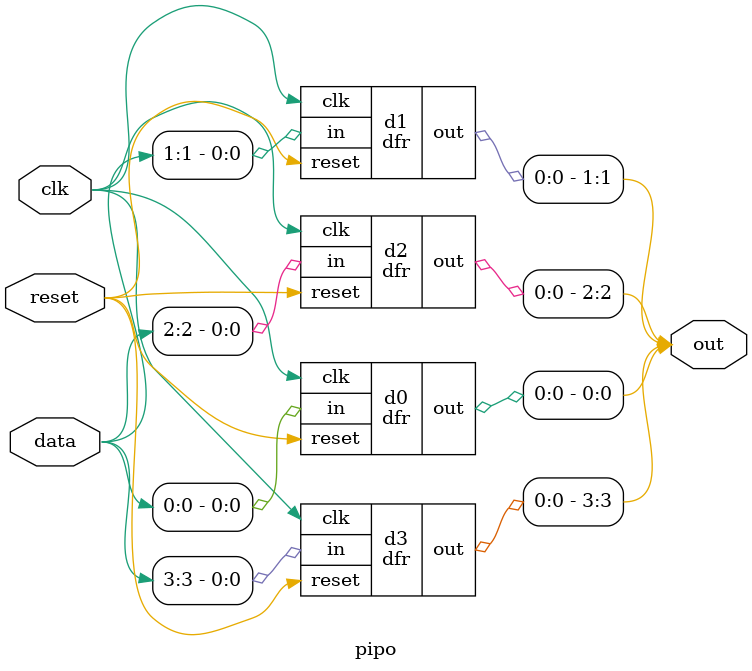
<source format=v>
module invert (input wire i, output wire o);
   assign o = !i;
endmodule

module and2 (input wire i0, i1, output wire o);	
  assign o = i0 & i1;
endmodule

module df (input wire clk, in, output wire out);
  reg df_out;
  always@(posedge clk) df_out <= in;
  assign out = df_out;
endmodule

module dfr (input wire in, reset, clk, output wire out);
  wire reset_, df_in;
  invert invert_0 (reset, reset_);
  and2 and2_0 (in, reset_, df_in);
  df df_0 (clk, df_in, out);
endmodule

module pipo(input wire [3:0]data,input wire reset,clk,output wire [3:0]out);

	dfr d0(data[0],reset,clk,out[0]);

	dfr d1(data[1],reset,clk,out[1]);

	dfr d2(data[2],reset,clk,out[2]);

	dfr d3(data[3],reset,clk,out[3]);

endmodule
// module pipo ( data ,reset ,clk ,dout );
// output [3:0] dout ;
// reg [3:0] dout ;
// input [3:0] data ;
// wire [3:0] data ;
// input clk ;
// wire clk ;
// input reset ;
// wire reset ;
// always @ (posedge (clk)) begin
// if (reset)
// dout <= 0;
// else
// dout <= data;
// end
// endmodule

// module pipo(clk, d, q);
// input clk;
// input [3:0]d;
// output reg [3:0]q;
// always @(posedge clk)
// begin
// 	q[3]<=d[3];
// 	q[2]<=d[2];
// 	q[1]<=d[1];
// 	q[0]<=d[0];	
// end
// endmodule
</source>
